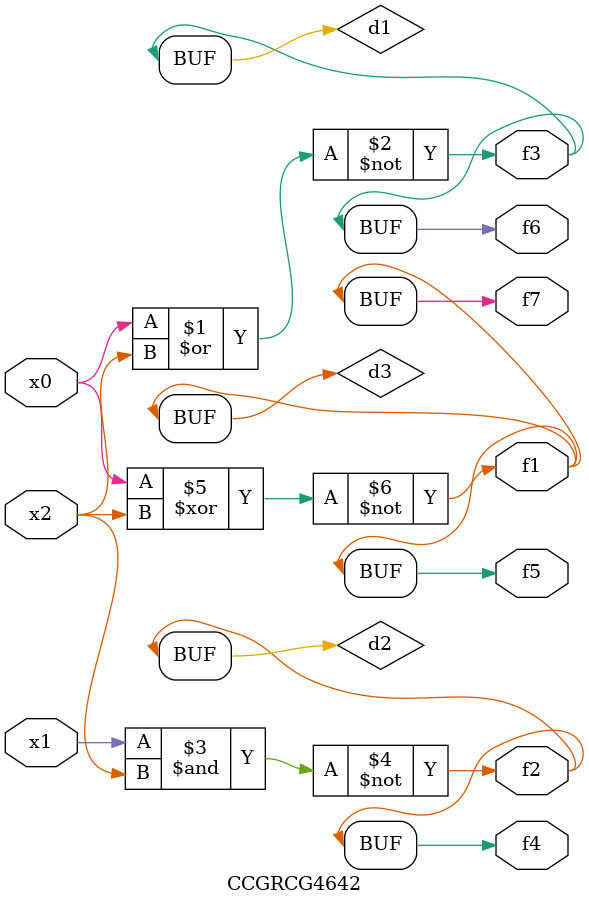
<source format=v>
module CCGRCG4642(
	input x0, x1, x2,
	output f1, f2, f3, f4, f5, f6, f7
);

	wire d1, d2, d3;

	nor (d1, x0, x2);
	nand (d2, x1, x2);
	xnor (d3, x0, x2);
	assign f1 = d3;
	assign f2 = d2;
	assign f3 = d1;
	assign f4 = d2;
	assign f5 = d3;
	assign f6 = d1;
	assign f7 = d3;
endmodule

</source>
